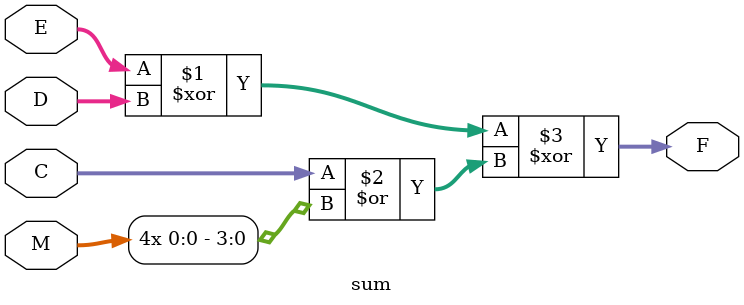
<source format=v>
`timescale 1ns / 1ps



module sum(E, D, C, M, F);
  input [3:0] E, D, C;
  input M;
  output [3:0] F;
  assign F = (E ^ D) ^ (C|{4{M}});
endmodule

</source>
